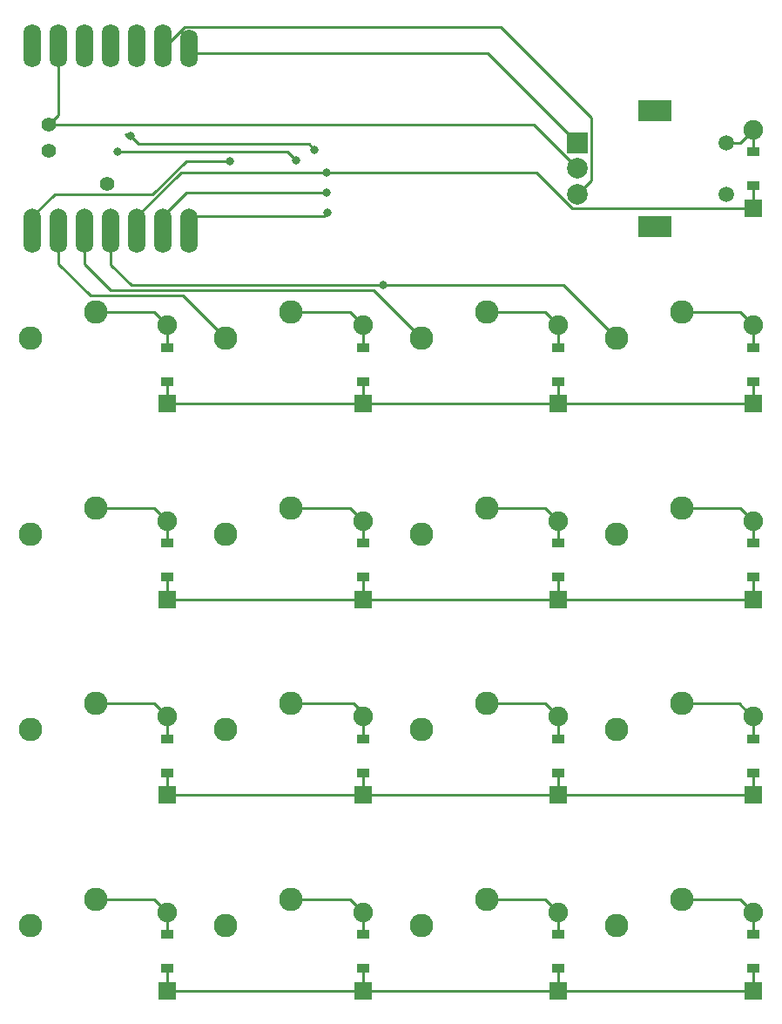
<source format=gbr>
%TF.GenerationSoftware,KiCad,Pcbnew,8.0.5*%
%TF.CreationDate,2024-10-25T18:54:30-04:00*%
%TF.ProjectId,macropad,6d616372-6f70-4616-942e-6b696361645f,v1.0.0*%
%TF.SameCoordinates,Original*%
%TF.FileFunction,Copper,L1,Top*%
%TF.FilePolarity,Positive*%
%FSLAX46Y46*%
G04 Gerber Fmt 4.6, Leading zero omitted, Abs format (unit mm)*
G04 Created by KiCad (PCBNEW 8.0.5) date 2024-10-25 18:54:30*
%MOMM*%
%LPD*%
G01*
G04 APERTURE LIST*
%TA.AperFunction,ComponentPad*%
%ADD10C,2.286000*%
%TD*%
%TA.AperFunction,ComponentPad*%
%ADD11R,1.778000X1.778000*%
%TD*%
%TA.AperFunction,SMDPad,CuDef*%
%ADD12R,1.200000X0.900000*%
%TD*%
%TA.AperFunction,ComponentPad*%
%ADD13C,1.905000*%
%TD*%
%TA.AperFunction,SMDPad,CuDef*%
%ADD14O,1.700000X2.750000*%
%TD*%
%TA.AperFunction,SMDPad,CuDef*%
%ADD15O,1.700000X2.250000*%
%TD*%
%TA.AperFunction,ComponentPad*%
%ADD16R,3.200000X2.000000*%
%TD*%
%TA.AperFunction,ComponentPad*%
%ADD17C,1.500000*%
%TD*%
%TA.AperFunction,ComponentPad*%
%ADD18R,2.000000X2.000000*%
%TD*%
%TA.AperFunction,ComponentPad*%
%ADD19C,2.000000*%
%TD*%
%TA.AperFunction,ComponentPad*%
%ADD20C,1.530000*%
%TD*%
%TA.AperFunction,ComponentPad*%
%ADD21C,1.400000*%
%TD*%
%TA.AperFunction,ViaPad*%
%ADD22C,0.800000*%
%TD*%
%TA.AperFunction,Conductor*%
%ADD23C,0.250000*%
%TD*%
G04 APERTURE END LIST*
D10*
%TO.P,S14,1*%
%TO.N,col4_row4*%
X148540000Y-99110000D03*
%TO.P,S14,2*%
%TO.N,col4*%
X142190000Y-101650000D03*
%TD*%
D11*
%TO.P,D10,1*%
%TO.N,row4*%
X136500000Y-108000000D03*
D12*
X136500000Y-105840000D03*
%TO.P,D10,2*%
%TO.N,col3_row4*%
X136500000Y-102540000D03*
D13*
X136500000Y-100380000D03*
%TD*%
D14*
%TO.P,,7*%
%TO.N,row3*%
X100620000Y-54000000D03*
%TD*%
%TO.P,,2*%
%TO.N,col2*%
X87920000Y-54000000D03*
%TD*%
D10*
%TO.P,S5,1*%
%TO.N,col2_row5*%
X110540000Y-118110000D03*
%TO.P,S5,2*%
%TO.N,col2*%
X104190000Y-120650000D03*
%TD*%
%TO.P,S2,1*%
%TO.N,col1_row4*%
X91540000Y-99110000D03*
%TO.P,S2,2*%
%TO.N,col1*%
X85190000Y-101650000D03*
%TD*%
%TO.P,S7,1*%
%TO.N,col2_row3*%
X110540000Y-80110000D03*
%TO.P,S7,2*%
%TO.N,col2*%
X104190000Y-82650000D03*
%TD*%
%TO.P,S12,1*%
%TO.N,col3_row2*%
X129540000Y-61110000D03*
%TO.P,S12,2*%
%TO.N,col3*%
X123190000Y-63650000D03*
%TD*%
%TO.P,S13,1*%
%TO.N,col4_row5*%
X148540000Y-118110000D03*
%TO.P,S13,2*%
%TO.N,col4*%
X142190000Y-120650000D03*
%TD*%
D14*
%TO.P,,14*%
%TO.N,RAW5V*%
X85380000Y-34490000D03*
%TD*%
D15*
%TO.P,,8*%
%TO.N,ENCA*%
X100620000Y-34760000D03*
%TD*%
D11*
%TO.P,D13,1*%
%TO.N,row5*%
X155500000Y-127000000D03*
D12*
X155500000Y-124840000D03*
%TO.P,D13,2*%
%TO.N,col4_row5*%
X155500000Y-121540000D03*
D13*
X155500000Y-119380000D03*
%TD*%
D14*
%TO.P,,3*%
%TO.N,col3*%
X90460000Y-54000000D03*
%TD*%
D10*
%TO.P,S11,1*%
%TO.N,col3_row3*%
X129540000Y-80110000D03*
%TO.P,S11,2*%
%TO.N,col3*%
X123190000Y-82650000D03*
%TD*%
%TO.P,S15,1*%
%TO.N,col4_row3*%
X148540000Y-80110000D03*
%TO.P,S15,2*%
%TO.N,col4*%
X142190000Y-82650000D03*
%TD*%
D11*
%TO.P,D2,1*%
%TO.N,row4*%
X98500000Y-108000000D03*
D12*
X98500000Y-105840000D03*
%TO.P,D2,2*%
%TO.N,col1_row4*%
X98500000Y-102540000D03*
D13*
X98500000Y-100380000D03*
%TD*%
D11*
%TO.P,D9,1*%
%TO.N,row5*%
X136500000Y-127000000D03*
D12*
X136500000Y-124840000D03*
%TO.P,D9,2*%
%TO.N,col3_row5*%
X136500000Y-121540000D03*
D13*
X136500000Y-119380000D03*
%TD*%
D16*
%TO.P,ROT1,*%
%TO.N,*%
X145880000Y-41550000D03*
X145880000Y-52750000D03*
D17*
%TO.P,ROT1,1*%
%TO.N,col4_row1*%
X152880000Y-44650000D03*
%TO.P,ROT1,2*%
%TO.N,col4*%
X152880000Y-49650000D03*
D18*
%TO.P,ROT1,A*%
%TO.N,ENCA*%
X138380000Y-44650000D03*
D19*
%TO.P,ROT1,B*%
%TO.N,ENCB*%
X138380000Y-49650000D03*
%TO.P,ROT1,C*%
%TO.N,GND*%
X138380000Y-47150000D03*
%TD*%
D14*
%TO.P,,1*%
%TO.N,col1*%
X85380000Y-54000000D03*
%TD*%
%TO.P,,13*%
%TO.N,GND*%
X87920000Y-34490000D03*
%TD*%
D11*
%TO.P,D4,1*%
%TO.N,row2*%
X98500000Y-70000000D03*
D12*
X98500000Y-67840000D03*
%TO.P,D4,2*%
%TO.N,col1_row2*%
X98500000Y-64540000D03*
D13*
X98500000Y-62380000D03*
%TD*%
D11*
%TO.P,D14,1*%
%TO.N,row4*%
X155500000Y-108000000D03*
D12*
X155500000Y-105840000D03*
%TO.P,D14,2*%
%TO.N,col4_row4*%
X155500000Y-102540000D03*
D13*
X155500000Y-100380000D03*
%TD*%
D11*
%TO.P,D15,1*%
%TO.N,row3*%
X155500000Y-89000000D03*
D12*
X155500000Y-86840000D03*
%TO.P,D15,2*%
%TO.N,col4_row3*%
X155500000Y-83540000D03*
D13*
X155500000Y-81380000D03*
%TD*%
D11*
%TO.P,D6,1*%
%TO.N,row4*%
X117500000Y-108000000D03*
D12*
X117500000Y-105840000D03*
%TO.P,D6,2*%
%TO.N,col2_row4*%
X117500000Y-102540000D03*
D13*
X117500000Y-100380000D03*
%TD*%
D10*
%TO.P,S6,1*%
%TO.N,col2_row4*%
X110540000Y-99110000D03*
%TO.P,S6,2*%
%TO.N,col2*%
X104190000Y-101650000D03*
%TD*%
D11*
%TO.P,D3,1*%
%TO.N,row3*%
X98500000Y-89000000D03*
D12*
X98500000Y-86840000D03*
%TO.P,D3,2*%
%TO.N,col1_row3*%
X98500000Y-83540000D03*
D13*
X98500000Y-81380000D03*
%TD*%
D11*
%TO.P,D8,1*%
%TO.N,row2*%
X117500000Y-70000000D03*
D12*
X117500000Y-67840000D03*
%TO.P,D8,2*%
%TO.N,col2_row2*%
X117500000Y-64540000D03*
D13*
X117500000Y-62380000D03*
%TD*%
D20*
%TO.P,_1,*%
%TO.N,col1*%
X85380000Y-51810000D03*
%TO.N,col2*%
X87920000Y-51810000D03*
%TO.N,col3*%
X90460000Y-51810000D03*
%TO.N,col4*%
X93000000Y-51810000D03*
%TO.N,row1*%
X95540000Y-51810000D03*
%TO.N,row2*%
X98080000Y-51810000D03*
%TO.N,row3*%
X100620000Y-51810000D03*
D21*
%TO.N,BATP*%
X92683000Y-48635000D03*
%TO.N,RST*%
X86967000Y-45460000D03*
%TO.N,GND*%
X86967000Y-42920000D03*
D20*
%TO.N,RAW5V*%
X85380000Y-36570000D03*
%TO.N,GND*%
X87920000Y-36570000D03*
%TO.N,RAW3V3*%
X90460000Y-36570000D03*
%TO.N,row5*%
X93000000Y-36570000D03*
%TO.N,row4*%
X95540000Y-36570000D03*
%TO.N,ENCB*%
X98080000Y-36570000D03*
%TO.N,ENCA*%
X100620000Y-36570000D03*
D14*
%TO.P,_1,1*%
%TO.N,col1*%
X85380000Y-52445000D03*
%TO.P,_1,2*%
%TO.N,col2*%
X87920000Y-52445000D03*
%TO.P,_1,3*%
%TO.N,col3*%
X90460000Y-52445000D03*
%TO.P,_1,4*%
%TO.N,col4*%
X93000000Y-52445000D03*
%TO.P,_1,5*%
%TO.N,row1*%
X95540000Y-52445000D03*
%TO.P,_1,6*%
%TO.N,row2*%
X98080000Y-52445000D03*
%TO.P,_1,7*%
%TO.N,row3*%
X100620000Y-52445000D03*
%TO.P,_1,8*%
%TO.N,ENCA*%
X100620000Y-35935000D03*
%TO.P,_1,9*%
%TO.N,ENCB*%
X98080000Y-35935000D03*
%TO.P,_1,10*%
%TO.N,row4*%
X95540000Y-35935000D03*
%TO.P,_1,11*%
%TO.N,row5*%
X93000000Y-35935000D03*
%TO.P,_1,12*%
%TO.N,RAW3V3*%
X90460000Y-35935000D03*
%TO.P,_1,13*%
%TO.N,GND*%
X87920000Y-35935000D03*
%TO.P,_1,14*%
%TO.N,RAW5V*%
X85380000Y-35935000D03*
%TD*%
D10*
%TO.P,S10,1*%
%TO.N,col3_row4*%
X129540000Y-99110000D03*
%TO.P,S10,2*%
%TO.N,col3*%
X123190000Y-101650000D03*
%TD*%
D14*
%TO.P,,9*%
%TO.N,ENCB*%
X98080000Y-34490000D03*
%TD*%
D10*
%TO.P,S1,1*%
%TO.N,col1_row5*%
X91540000Y-118110000D03*
%TO.P,S1,2*%
%TO.N,col1*%
X85190000Y-120650000D03*
%TD*%
D14*
%TO.P,,4*%
%TO.N,col4*%
X93000000Y-54000000D03*
%TD*%
D11*
%TO.P,D11,1*%
%TO.N,row3*%
X136500000Y-89000000D03*
D12*
X136500000Y-86840000D03*
%TO.P,D11,2*%
%TO.N,col3_row3*%
X136500000Y-83540000D03*
D13*
X136500000Y-81380000D03*
%TD*%
D10*
%TO.P,S16,1*%
%TO.N,col4_row2*%
X148540000Y-61110000D03*
%TO.P,S16,2*%
%TO.N,col4*%
X142190000Y-63650000D03*
%TD*%
D14*
%TO.P,,5*%
%TO.N,row1*%
X95540000Y-54000000D03*
%TD*%
D11*
%TO.P,D12,1*%
%TO.N,row2*%
X136500000Y-70000000D03*
D12*
X136500000Y-67840000D03*
%TO.P,D12,2*%
%TO.N,col3_row2*%
X136500000Y-64540000D03*
D13*
X136500000Y-62380000D03*
%TD*%
D11*
%TO.P,D5,1*%
%TO.N,row5*%
X117500000Y-127000000D03*
D12*
X117500000Y-124840000D03*
%TO.P,D5,2*%
%TO.N,col2_row5*%
X117500000Y-121540000D03*
D13*
X117500000Y-119380000D03*
%TD*%
D10*
%TO.P,S4,1*%
%TO.N,col1_row2*%
X91540000Y-61110000D03*
%TO.P,S4,2*%
%TO.N,col1*%
X85190000Y-63650000D03*
%TD*%
%TO.P,S9,1*%
%TO.N,col3_row5*%
X129540000Y-118110000D03*
%TO.P,S9,2*%
%TO.N,col3*%
X123190000Y-120650000D03*
%TD*%
D14*
%TO.P,,11*%
%TO.N,row5*%
X93000000Y-34490000D03*
%TD*%
%TO.P,,6*%
%TO.N,row2*%
X98080000Y-54000000D03*
%TD*%
D11*
%TO.P,D7,1*%
%TO.N,row3*%
X117500000Y-89000000D03*
D12*
X117500000Y-86840000D03*
%TO.P,D7,2*%
%TO.N,col2_row3*%
X117500000Y-83540000D03*
D13*
X117500000Y-81380000D03*
%TD*%
D10*
%TO.P,S8,1*%
%TO.N,col2_row2*%
X110540000Y-61110000D03*
%TO.P,S8,2*%
%TO.N,col2*%
X104190000Y-63650000D03*
%TD*%
D11*
%TO.P,D16,1*%
%TO.N,row2*%
X155500000Y-70000000D03*
D12*
X155500000Y-67840000D03*
%TO.P,D16,2*%
%TO.N,col4_row2*%
X155500000Y-64540000D03*
D13*
X155500000Y-62380000D03*
%TD*%
D14*
%TO.P,,10*%
%TO.N,row4*%
X95540000Y-34490000D03*
%TD*%
D10*
%TO.P,S3,1*%
%TO.N,col1_row3*%
X91540000Y-80110000D03*
%TO.P,S3,2*%
%TO.N,col1*%
X85190000Y-82650000D03*
%TD*%
D11*
%TO.P,D17,1*%
%TO.N,row1*%
X155500000Y-51000000D03*
D12*
X155500000Y-48840000D03*
%TO.P,D17,2*%
%TO.N,col4_row1*%
X155500000Y-45540000D03*
D13*
X155500000Y-43380000D03*
%TD*%
D14*
%TO.P,,12*%
%TO.N,RAW3V3*%
X90460000Y-34490000D03*
%TD*%
D11*
%TO.P,D1,1*%
%TO.N,row5*%
X98500000Y-127000000D03*
D12*
X98500000Y-124840000D03*
%TO.P,D1,2*%
%TO.N,col1_row5*%
X98500000Y-121540000D03*
D13*
X98500000Y-119380000D03*
%TD*%
D22*
%TO.N,col1*%
X104600000Y-46400000D03*
%TO.N,col4*%
X119500000Y-58500000D03*
%TO.N,row5*%
X111050000Y-46350000D03*
X93700000Y-45500000D03*
%TO.N,row4*%
X112800000Y-45300000D03*
X94900000Y-44000000D03*
%TO.N,row3*%
X114100000Y-51400000D03*
%TO.N,row2*%
X114000000Y-49500000D03*
%TO.N,row1*%
X114000000Y-47500000D03*
%TD*%
D23*
%TO.N,col1_row5*%
X98500000Y-121540000D02*
X98500000Y-119380000D01*
X97230000Y-118110000D02*
X98500000Y-119380000D01*
X91540000Y-118110000D02*
X97230000Y-118110000D01*
%TO.N,col1*%
X100313604Y-46400000D02*
X104600000Y-46400000D01*
X87530000Y-49660000D02*
X97053604Y-49660000D01*
X97053604Y-49660000D02*
X100313604Y-46400000D01*
X85380000Y-51810000D02*
X87530000Y-49660000D01*
%TO.N,col1_row4*%
X91540000Y-99110000D02*
X97230000Y-99110000D01*
X98500000Y-102540000D02*
X98500000Y-100380000D01*
X97230000Y-99110000D02*
X98500000Y-100380000D01*
%TO.N,col1_row3*%
X97230000Y-80110000D02*
X98500000Y-81380000D01*
X98500000Y-83540000D02*
X98500000Y-81380000D01*
X91540000Y-80110000D02*
X97230000Y-80110000D01*
%TO.N,col1_row2*%
X98500000Y-64540000D02*
X98500000Y-62380000D01*
X97230000Y-61110000D02*
X98500000Y-62380000D01*
X91540000Y-61110000D02*
X97230000Y-61110000D01*
%TO.N,col2_row5*%
X117500000Y-121540000D02*
X117500000Y-119380000D01*
X110540000Y-118110000D02*
X116230000Y-118110000D01*
X116230000Y-118110000D02*
X117500000Y-119380000D01*
%TO.N,col2*%
X91000000Y-59500000D02*
X87920000Y-56420000D01*
X100040000Y-59500000D02*
X91000000Y-59500000D01*
X104190000Y-63650000D02*
X100040000Y-59500000D01*
X87920000Y-56420000D02*
X87920000Y-51810000D01*
%TO.N,col2_row4*%
X116610000Y-99110000D02*
X117500000Y-100000000D01*
X110540000Y-99110000D02*
X116610000Y-99110000D01*
X117500000Y-102540000D02*
X117500000Y-100380000D01*
%TO.N,col2_row3*%
X116230000Y-80110000D02*
X117500000Y-81380000D01*
X117500000Y-83540000D02*
X117500000Y-81380000D01*
X110540000Y-80110000D02*
X116230000Y-80110000D01*
%TO.N,col2_row2*%
X117500000Y-64540000D02*
X117500000Y-62380000D01*
X116230000Y-61110000D02*
X117500000Y-62380000D01*
X110540000Y-61110000D02*
X116230000Y-61110000D01*
%TO.N,col3_row5*%
X135230000Y-118110000D02*
X136500000Y-119380000D01*
X136500000Y-121540000D02*
X136500000Y-119380000D01*
X129540000Y-118110000D02*
X135230000Y-118110000D01*
%TO.N,col3*%
X118540000Y-59000000D02*
X93000000Y-59000000D01*
X123190000Y-63650000D02*
X118540000Y-59000000D01*
X93000000Y-59000000D02*
X90460000Y-56460000D01*
X90460000Y-56460000D02*
X90460000Y-51810000D01*
%TO.N,col3_row4*%
X129540000Y-99110000D02*
X135230000Y-99110000D01*
X136500000Y-102540000D02*
X136500000Y-100380000D01*
X135230000Y-99110000D02*
X136500000Y-100380000D01*
%TO.N,col3_row3*%
X129540000Y-80110000D02*
X135230000Y-80110000D01*
X136500000Y-83540000D02*
X136500000Y-81380000D01*
X135230000Y-80110000D02*
X136500000Y-81380000D01*
%TO.N,col3_row2*%
X135230000Y-61110000D02*
X136500000Y-62380000D01*
X136500000Y-64540000D02*
X136500000Y-62380000D01*
X129540000Y-61110000D02*
X135230000Y-61110000D01*
%TO.N,col4_row5*%
X155500000Y-121540000D02*
X155500000Y-119380000D01*
X148540000Y-118110000D02*
X154230000Y-118110000D01*
X154230000Y-118110000D02*
X155500000Y-119380000D01*
%TO.N,col4*%
X95000000Y-58500000D02*
X93000000Y-56500000D01*
X137040000Y-58500000D02*
X119500000Y-58500000D01*
X93000000Y-56500000D02*
X93000000Y-51810000D01*
X142190000Y-63650000D02*
X137040000Y-58500000D01*
X119500000Y-58500000D02*
X95000000Y-58500000D01*
%TO.N,col4_row4*%
X155500000Y-102540000D02*
X155500000Y-100380000D01*
X148540000Y-99110000D02*
X154110000Y-99110000D01*
X154110000Y-99110000D02*
X155000000Y-100000000D01*
%TO.N,col4_row3*%
X155500000Y-83540000D02*
X155500000Y-81380000D01*
X154230000Y-80110000D02*
X155500000Y-81380000D01*
X148540000Y-80110000D02*
X154230000Y-80110000D01*
%TO.N,col4_row2*%
X148540000Y-61110000D02*
X154230000Y-61110000D01*
X155500000Y-64540000D02*
X155500000Y-62380000D01*
X154230000Y-61110000D02*
X155500000Y-62380000D01*
%TO.N,col4_row1*%
X155500000Y-43380000D02*
X154230000Y-44650000D01*
X154230000Y-44650000D02*
X152880000Y-44650000D01*
X155500000Y-45540000D02*
X155500000Y-43380000D01*
%TO.N,row5*%
X98500000Y-127000000D02*
X98500000Y-124840000D01*
X117500000Y-127000000D02*
X117500000Y-124840000D01*
X111050000Y-46350000D02*
X111100000Y-46400000D01*
X110200000Y-45500000D02*
X111050000Y-46350000D01*
X117500000Y-127000000D02*
X136500000Y-127000000D01*
X136500000Y-127000000D02*
X155500000Y-127000000D01*
X155500000Y-127000000D02*
X155500000Y-124840000D01*
X93700000Y-45500000D02*
X93500000Y-45500000D01*
X95500000Y-45500000D02*
X110200000Y-45500000D01*
X98500000Y-127000000D02*
X117500000Y-127000000D01*
X95500000Y-45500000D02*
X93700000Y-45500000D01*
X136500000Y-127000000D02*
X136500000Y-124840000D01*
%TO.N,row4*%
X117500000Y-108000000D02*
X136500000Y-108000000D01*
X94900000Y-44000000D02*
X94600000Y-44000000D01*
X112275000Y-44775000D02*
X95675000Y-44775000D01*
X155500000Y-108000000D02*
X155500000Y-105840000D01*
X94600000Y-44000000D02*
X94400000Y-43800000D01*
X136500000Y-108000000D02*
X136500000Y-105840000D01*
X95675000Y-44775000D02*
X94900000Y-44000000D01*
X117500000Y-108000000D02*
X117500000Y-105840000D01*
X112800000Y-45300000D02*
X112275000Y-44775000D01*
X98500000Y-108000000D02*
X98500000Y-105840000D01*
X98500000Y-108000000D02*
X117500000Y-108000000D01*
X155500000Y-108000000D02*
X136500000Y-108000000D01*
%TO.N,row3*%
X117500000Y-89000000D02*
X98500000Y-89000000D01*
X136500000Y-89000000D02*
X117500000Y-89000000D01*
X155500000Y-89000000D02*
X155500000Y-86840000D01*
X155500000Y-89000000D02*
X136500000Y-89000000D01*
X136500000Y-89000000D02*
X136500000Y-86840000D01*
X117500000Y-89000000D02*
X117500000Y-86840000D01*
X100620000Y-51810000D02*
X113690000Y-51810000D01*
X98500000Y-89000000D02*
X98500000Y-86840000D01*
X113690000Y-51810000D02*
X114100000Y-51400000D01*
%TO.N,row2*%
X100390000Y-49500000D02*
X98080000Y-51810000D01*
X98500000Y-70000000D02*
X98500000Y-67840000D01*
X136500000Y-70000000D02*
X155500000Y-70000000D01*
X117500000Y-70000000D02*
X117500000Y-67840000D01*
X117500000Y-70000000D02*
X136500000Y-70000000D01*
X136500000Y-70000000D02*
X136500000Y-67840000D01*
X155500000Y-70000000D02*
X155500000Y-67840000D01*
X114000000Y-49500000D02*
X100390000Y-49500000D01*
X98500000Y-70000000D02*
X117500000Y-70000000D01*
%TO.N,row1*%
X114000000Y-47500000D02*
X99850000Y-47500000D01*
X155500000Y-51000000D02*
X137856167Y-51000000D01*
X155500000Y-48840000D02*
X155500000Y-51000000D01*
X137856167Y-51000000D02*
X134356167Y-47500000D01*
X134356167Y-47500000D02*
X114000000Y-47500000D01*
X99850000Y-47500000D02*
X95540000Y-51810000D01*
%TO.N,ENCA*%
X100620000Y-35935000D02*
X129665000Y-35935000D01*
X129665000Y-35935000D02*
X138380000Y-44650000D01*
%TO.N,ENCB*%
X130890000Y-33390000D02*
X100178127Y-33390000D01*
X98080000Y-35488127D02*
X98080000Y-36570000D01*
X139705000Y-48325000D02*
X139705000Y-42205000D01*
X138380000Y-49650000D02*
X139705000Y-48325000D01*
X100178127Y-33390000D02*
X98080000Y-35488127D01*
X139705000Y-42205000D02*
X130890000Y-33390000D01*
%TO.N,GND*%
X138380000Y-47150000D02*
X134150000Y-42920000D01*
X87920000Y-41967000D02*
X86967000Y-42920000D01*
X134150000Y-42920000D02*
X86967000Y-42920000D01*
X87920000Y-36570000D02*
X87920000Y-41967000D01*
%TD*%
M02*

</source>
